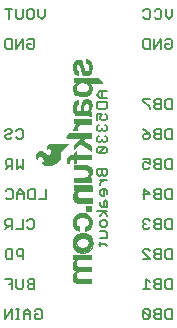
<source format=gbr>
G04 EAGLE Gerber RS-274X export*
G75*
%MOMM*%
%FSLAX34Y34*%
%LPD*%
%INSilkscreen Bottom*%
%IPPOS*%
%AMOC8*
5,1,8,0,0,1.08239X$1,22.5*%
G01*
%ADD10C,0.152400*%
%ADD11C,0.025400*%
%ADD12R,0.485100X0.495300*%

G36*
X67696Y137715D02*
X67696Y137715D01*
X67708Y137712D01*
X69615Y138000D01*
X69625Y138006D01*
X69637Y138006D01*
X71461Y138634D01*
X71470Y138641D01*
X71482Y138643D01*
X73163Y139590D01*
X73169Y139598D01*
X73180Y139601D01*
X74287Y140486D01*
X74291Y140494D01*
X74300Y140498D01*
X74327Y140526D01*
X74803Y141031D01*
X75272Y141529D01*
X75274Y141535D01*
X75276Y141536D01*
X75278Y141539D01*
X75283Y141543D01*
X76100Y142700D01*
X76102Y142710D01*
X76110Y142718D01*
X76710Y143948D01*
X76711Y143959D01*
X76719Y143969D01*
X77087Y145288D01*
X77085Y145299D01*
X77091Y145310D01*
X77215Y146674D01*
X77214Y146677D01*
X77214Y146678D01*
X77213Y146680D01*
X77215Y146685D01*
X77215Y148960D01*
X77280Y149328D01*
X77407Y149679D01*
X77996Y150669D01*
X78778Y151523D01*
X84260Y156395D01*
X84262Y156399D01*
X84267Y156401D01*
X84283Y156443D01*
X84302Y156484D01*
X84300Y156488D01*
X84302Y156493D01*
X84283Y156534D01*
X84268Y156576D01*
X84263Y156578D01*
X84261Y156582D01*
X84188Y156611D01*
X84177Y156615D01*
X84176Y156615D01*
X69012Y156615D01*
X69007Y156613D01*
X69001Y156615D01*
X68170Y156545D01*
X68159Y156539D01*
X68144Y156540D01*
X67345Y156300D01*
X67335Y156292D01*
X67321Y156290D01*
X66589Y155889D01*
X66581Y155879D01*
X66568Y155874D01*
X66018Y155404D01*
X66013Y155393D01*
X66001Y155386D01*
X65556Y154816D01*
X65553Y154804D01*
X65543Y154794D01*
X65222Y154146D01*
X65221Y154134D01*
X65213Y154122D01*
X65029Y153423D01*
X65031Y153412D01*
X65025Y153401D01*
X64952Y152461D01*
X64955Y152452D01*
X64952Y152441D01*
X65025Y151501D01*
X65027Y151497D01*
X65026Y151491D01*
X65102Y151008D01*
X65127Y150969D01*
X65148Y150929D01*
X65152Y150928D01*
X65154Y150925D01*
X65199Y150915D01*
X65243Y150903D01*
X65247Y150905D01*
X65251Y150904D01*
X65289Y150929D01*
X65328Y150953D01*
X65329Y150957D01*
X65333Y150959D01*
X65341Y151000D01*
X65353Y151040D01*
X65337Y151198D01*
X65365Y151336D01*
X65436Y151469D01*
X66035Y152293D01*
X66133Y152394D01*
X66149Y152411D01*
X66287Y152483D01*
X66702Y152576D01*
X67130Y152576D01*
X67546Y152483D01*
X67950Y152277D01*
X68278Y151964D01*
X68643Y151358D01*
X68850Y150680D01*
X68885Y149969D01*
X68788Y149359D01*
X68590Y148773D01*
X68297Y148230D01*
X67932Y147805D01*
X67472Y147490D01*
X66947Y147304D01*
X66391Y147261D01*
X65843Y147363D01*
X65340Y147603D01*
X64905Y147973D01*
X63364Y149426D01*
X63354Y149429D01*
X63348Y149438D01*
X61590Y150625D01*
X61577Y150627D01*
X61567Y150637D01*
X60879Y150917D01*
X60864Y150916D01*
X60849Y150925D01*
X60114Y151024D01*
X60099Y151020D01*
X60082Y151025D01*
X59345Y150938D01*
X59332Y150930D01*
X59314Y150930D01*
X58622Y150663D01*
X58611Y150652D01*
X58594Y150648D01*
X57991Y150217D01*
X57984Y150207D01*
X57972Y150201D01*
X57824Y150045D01*
X57824Y150044D01*
X57585Y149792D01*
X57347Y149540D01*
X57346Y149540D01*
X57314Y149505D01*
X57311Y149497D01*
X57303Y149492D01*
X56743Y148715D01*
X56740Y148705D01*
X56732Y148697D01*
X56344Y147917D01*
X56343Y147905D01*
X56335Y147894D01*
X56104Y147054D01*
X56105Y147042D01*
X56099Y147030D01*
X56033Y146162D01*
X56037Y146152D01*
X56033Y146140D01*
X56119Y145240D01*
X56123Y145231D01*
X56122Y145221D01*
X56342Y144343D01*
X56348Y144335D01*
X56349Y144323D01*
X56450Y144095D01*
X56602Y143739D01*
X56602Y143738D01*
X56823Y143234D01*
X56834Y143224D01*
X56839Y143207D01*
X57177Y142772D01*
X57184Y142769D01*
X57188Y142761D01*
X57213Y142736D01*
X57214Y142733D01*
X57306Y142698D01*
X57395Y142739D01*
X57428Y142824D01*
X57428Y143427D01*
X57486Y143938D01*
X57624Y144428D01*
X57879Y144909D01*
X58249Y145304D01*
X58709Y145590D01*
X59228Y145747D01*
X59531Y145759D01*
X59831Y145700D01*
X60325Y145494D01*
X60783Y145211D01*
X61193Y144860D01*
X61547Y144448D01*
X62198Y143546D01*
X62447Y143058D01*
X62545Y142529D01*
X62487Y141990D01*
X62422Y141816D01*
X62173Y141455D01*
X61834Y141181D01*
X61732Y141137D01*
X61611Y141121D01*
X60731Y141121D01*
X60690Y141104D01*
X60648Y141090D01*
X60646Y141085D01*
X60640Y141083D01*
X60624Y141042D01*
X60605Y141002D01*
X60607Y140996D01*
X60605Y140991D01*
X60617Y140964D01*
X60633Y140915D01*
X61554Y139789D01*
X61566Y139783D01*
X61573Y139771D01*
X62710Y138864D01*
X62721Y138861D01*
X62729Y138852D01*
X63663Y138350D01*
X63673Y138349D01*
X63681Y138343D01*
X64679Y137985D01*
X64688Y137985D01*
X64697Y137980D01*
X65736Y137773D01*
X65747Y137775D01*
X65757Y137771D01*
X67685Y137711D01*
X67696Y137715D01*
G37*
G36*
X97746Y196241D02*
X97746Y196241D01*
X97756Y196246D01*
X97768Y196244D01*
X99144Y196567D01*
X99153Y196574D01*
X99165Y196574D01*
X100465Y197130D01*
X100473Y197138D01*
X100484Y197140D01*
X101669Y197912D01*
X101675Y197921D01*
X101686Y197926D01*
X102393Y198583D01*
X102397Y198593D01*
X102407Y198599D01*
X102992Y199367D01*
X102994Y199378D01*
X103003Y199385D01*
X103449Y200241D01*
X103450Y200252D01*
X103458Y200261D01*
X103752Y201180D01*
X103751Y201190D01*
X103757Y201200D01*
X103946Y202412D01*
X103944Y202421D01*
X103947Y202430D01*
X103964Y203657D01*
X103961Y203665D01*
X103963Y203675D01*
X103808Y204892D01*
X103803Y204902D01*
X103803Y204914D01*
X103539Y205758D01*
X103531Y205768D01*
X103528Y205783D01*
X103091Y206552D01*
X103081Y206560D01*
X103076Y206574D01*
X102486Y207234D01*
X102474Y207240D01*
X102466Y207252D01*
X101750Y207772D01*
X101748Y207773D01*
X112852Y207773D01*
X112896Y207791D01*
X112940Y207808D01*
X112940Y207810D01*
X112943Y207811D01*
X112960Y207855D01*
X112978Y207899D01*
X112977Y207901D01*
X112978Y207903D01*
X112969Y207924D01*
X112946Y207984D01*
X109212Y212124D01*
X109206Y212126D01*
X109203Y212132D01*
X109143Y212156D01*
X109123Y212165D01*
X109120Y212164D01*
X109118Y212165D01*
X88544Y212165D01*
X88507Y212150D01*
X88468Y212140D01*
X88462Y212131D01*
X88453Y212127D01*
X88442Y212099D01*
X88420Y212063D01*
X87684Y208177D01*
X87687Y208162D01*
X87682Y208147D01*
X87697Y208115D01*
X87705Y208080D01*
X87718Y208072D01*
X87724Y208059D01*
X87763Y208044D01*
X87788Y208028D01*
X87799Y208031D01*
X87810Y208027D01*
X89727Y208051D01*
X89578Y207917D01*
X89577Y207916D01*
X89576Y207916D01*
X88611Y207027D01*
X88609Y207021D01*
X88602Y207017D01*
X88301Y206674D01*
X88297Y206663D01*
X88287Y206655D01*
X88054Y206261D01*
X88053Y206252D01*
X88046Y206244D01*
X87513Y204923D01*
X87513Y204912D01*
X87507Y204902D01*
X87405Y204420D01*
X87407Y204408D01*
X87402Y204396D01*
X87377Y202415D01*
X87381Y202404D01*
X87379Y202392D01*
X87562Y201307D01*
X87569Y201297D01*
X87569Y201283D01*
X87969Y200258D01*
X87977Y200251D01*
X87979Y200239D01*
X88520Y199337D01*
X88526Y199332D01*
X88529Y199323D01*
X89182Y198499D01*
X89192Y198493D01*
X89197Y198483D01*
X90087Y197691D01*
X90100Y197687D01*
X90109Y197675D01*
X91150Y197096D01*
X91162Y197094D01*
X91173Y197086D01*
X93286Y196412D01*
X93297Y196413D01*
X93308Y196407D01*
X95508Y196124D01*
X95519Y196127D01*
X95531Y196123D01*
X97746Y196241D01*
G37*
G36*
X103507Y38102D02*
X103507Y38102D01*
X103509Y38101D01*
X103552Y38121D01*
X103596Y38139D01*
X103596Y38141D01*
X103598Y38142D01*
X103631Y38227D01*
X103631Y42469D01*
X103630Y42471D01*
X103631Y42473D01*
X103611Y42516D01*
X103593Y42560D01*
X103591Y42560D01*
X103590Y42562D01*
X103505Y42595D01*
X93226Y42595D01*
X92346Y42702D01*
X91524Y43014D01*
X91141Y43275D01*
X90827Y43618D01*
X90601Y44024D01*
X90473Y44472D01*
X90405Y45376D01*
X90497Y46279D01*
X90623Y46689D01*
X90833Y47061D01*
X91119Y47379D01*
X91647Y47764D01*
X92242Y48037D01*
X92881Y48186D01*
X93984Y48261D01*
X103505Y48261D01*
X103507Y48262D01*
X103509Y48261D01*
X103552Y48281D01*
X103596Y48299D01*
X103596Y48301D01*
X103598Y48302D01*
X103631Y48387D01*
X103631Y52705D01*
X103630Y52707D01*
X103631Y52709D01*
X103611Y52752D01*
X103593Y52796D01*
X103591Y52796D01*
X103590Y52798D01*
X103505Y52831D01*
X92946Y52831D01*
X92283Y52911D01*
X91664Y53142D01*
X91117Y53512D01*
X90799Y53859D01*
X90566Y54268D01*
X90430Y54718D01*
X90399Y55195D01*
X90448Y56043D01*
X90530Y56483D01*
X90708Y56887D01*
X90974Y57242D01*
X91918Y58061D01*
X92456Y58345D01*
X93047Y58476D01*
X93669Y58446D01*
X93672Y58447D01*
X93675Y58446D01*
X103480Y58446D01*
X103482Y58447D01*
X103484Y58446D01*
X103527Y58466D01*
X103571Y58484D01*
X103571Y58486D01*
X103573Y58487D01*
X103606Y58572D01*
X103606Y62890D01*
X103605Y62892D01*
X103606Y62894D01*
X103586Y62937D01*
X103568Y62981D01*
X103566Y62981D01*
X103565Y62983D01*
X103480Y63016D01*
X87427Y63016D01*
X87425Y63015D01*
X87423Y63016D01*
X87380Y62996D01*
X87336Y62978D01*
X87336Y62976D01*
X87334Y62975D01*
X87301Y62890D01*
X87301Y58903D01*
X87302Y58901D01*
X87301Y58899D01*
X87321Y58856D01*
X87339Y58812D01*
X87341Y58812D01*
X87342Y58810D01*
X87427Y58777D01*
X89480Y58777D01*
X89473Y58746D01*
X89077Y58444D01*
X89074Y58438D01*
X89066Y58435D01*
X88279Y57673D01*
X88276Y57665D01*
X88269Y57661D01*
X87657Y56899D01*
X87653Y56885D01*
X87640Y56873D01*
X87236Y55983D01*
X87236Y55971D01*
X87228Y55960D01*
X86974Y54868D01*
X86976Y54859D01*
X86971Y54851D01*
X86844Y53479D01*
X86847Y53469D01*
X86844Y53458D01*
X86914Y52501D01*
X86919Y52491D01*
X86918Y52489D01*
X86919Y52487D01*
X86918Y52476D01*
X87179Y51553D01*
X87186Y51543D01*
X87188Y51530D01*
X87591Y50740D01*
X87600Y50732D01*
X87604Y50719D01*
X88150Y50021D01*
X88161Y50015D01*
X88167Y50003D01*
X88836Y49421D01*
X88848Y49418D01*
X88856Y49407D01*
X89514Y49027D01*
X89472Y48985D01*
X88991Y48530D01*
X88990Y48527D01*
X88987Y48526D01*
X88228Y47738D01*
X88225Y47729D01*
X88216Y47724D01*
X87578Y46835D01*
X87576Y46824D01*
X87568Y46816D01*
X87174Y46011D01*
X87174Y45999D01*
X87166Y45988D01*
X86934Y45123D01*
X86936Y45111D01*
X86930Y45099D01*
X86869Y44205D01*
X86872Y44196D01*
X86869Y44185D01*
X86976Y42906D01*
X86980Y42899D01*
X86978Y42892D01*
X87227Y41632D01*
X87233Y41623D01*
X87233Y41611D01*
X87559Y40745D01*
X87569Y40735D01*
X87572Y40720D01*
X88079Y39946D01*
X88091Y39939D01*
X88097Y39925D01*
X88761Y39279D01*
X88772Y39275D01*
X88775Y39270D01*
X88778Y39269D01*
X88782Y39263D01*
X89721Y38675D01*
X89734Y38673D01*
X89744Y38663D01*
X90783Y38277D01*
X90796Y38278D01*
X90808Y38271D01*
X91904Y38102D01*
X91913Y38105D01*
X91923Y38101D01*
X103505Y38101D01*
X103507Y38102D01*
G37*
G36*
X103508Y179463D02*
X103508Y179463D01*
X103534Y179464D01*
X103551Y179483D01*
X103573Y179493D01*
X103584Y179520D01*
X103600Y179538D01*
X103598Y179557D01*
X103606Y179578D01*
X103606Y183612D01*
X103609Y183648D01*
X103600Y183676D01*
X103596Y183716D01*
X103577Y183753D01*
X103555Y183772D01*
X103531Y183804D01*
X103495Y183826D01*
X103478Y183828D01*
X103462Y183840D01*
X103182Y183916D01*
X103179Y183915D01*
X103176Y183917D01*
X102147Y184144D01*
X102124Y184154D01*
X102118Y184160D01*
X102116Y184168D01*
X102117Y184177D01*
X102133Y184201D01*
X102836Y185028D01*
X102840Y185039D01*
X102850Y185048D01*
X103390Y185999D01*
X103391Y186010D01*
X103400Y186020D01*
X103752Y187055D01*
X103751Y187067D01*
X103757Y187077D01*
X103998Y188695D01*
X103995Y188705D01*
X103999Y188716D01*
X103961Y190351D01*
X103956Y190362D01*
X103958Y190376D01*
X103650Y191748D01*
X103642Y191759D01*
X103641Y191774D01*
X103035Y193043D01*
X103025Y193052D01*
X103021Y193066D01*
X102679Y193514D01*
X102669Y193520D01*
X102663Y193532D01*
X102243Y193909D01*
X102232Y193913D01*
X102224Y193923D01*
X101741Y194215D01*
X101730Y194217D01*
X101720Y194225D01*
X100727Y194598D01*
X100716Y194598D01*
X100705Y194604D01*
X99661Y194793D01*
X99650Y194790D01*
X99638Y194795D01*
X98577Y194792D01*
X98565Y194787D01*
X98550Y194789D01*
X97609Y194583D01*
X97597Y194574D01*
X97580Y194573D01*
X96718Y194144D01*
X96709Y194134D01*
X96694Y194129D01*
X96085Y193631D01*
X96079Y193620D01*
X96067Y193613D01*
X95569Y193003D01*
X95566Y192991D01*
X95555Y192982D01*
X95189Y192286D01*
X95188Y192275D01*
X95181Y192266D01*
X94697Y190781D01*
X94698Y190773D01*
X94693Y190764D01*
X94415Y189227D01*
X94416Y189223D01*
X94413Y189218D01*
X94185Y187012D01*
X93959Y185706D01*
X93794Y185237D01*
X93548Y184809D01*
X93287Y184525D01*
X93200Y184465D01*
X93103Y184423D01*
X92582Y184312D01*
X92051Y184312D01*
X91530Y184423D01*
X91216Y184562D01*
X90937Y184761D01*
X90703Y185014D01*
X90510Y185328D01*
X90382Y185674D01*
X90321Y186043D01*
X90271Y187398D01*
X90325Y187985D01*
X90490Y188546D01*
X90745Y189010D01*
X91101Y189400D01*
X91539Y189695D01*
X92034Y189879D01*
X92566Y189942D01*
X92608Y189942D01*
X92610Y189943D01*
X92612Y189942D01*
X92655Y189962D01*
X92699Y189980D01*
X92699Y189982D01*
X92701Y189983D01*
X92734Y190068D01*
X92734Y194209D01*
X92736Y194210D01*
X92746Y194252D01*
X92760Y194294D01*
X92757Y194300D01*
X92758Y194306D01*
X92742Y194331D01*
X92722Y194376D01*
X92696Y194401D01*
X92653Y194417D01*
X92604Y194436D01*
X92561Y194416D01*
X92518Y194397D01*
X91627Y194275D01*
X91616Y194269D01*
X91601Y194269D01*
X90660Y193935D01*
X90650Y193926D01*
X90636Y193923D01*
X89783Y193404D01*
X89775Y193393D01*
X89762Y193388D01*
X89032Y192705D01*
X89027Y192693D01*
X89015Y192685D01*
X88441Y191868D01*
X88438Y191856D01*
X88429Y191847D01*
X87900Y190689D01*
X87900Y190679D01*
X87893Y190670D01*
X87559Y189441D01*
X87560Y189432D01*
X87556Y189423D01*
X87342Y187683D01*
X87345Y187675D01*
X87342Y187667D01*
X87350Y185913D01*
X87353Y185906D01*
X87351Y185897D01*
X87581Y184158D01*
X87586Y184150D01*
X87585Y184139D01*
X88010Y182725D01*
X88018Y182716D01*
X88019Y182702D01*
X88713Y181399D01*
X88723Y181390D01*
X88728Y181376D01*
X89211Y180814D01*
X89225Y180807D01*
X89234Y180793D01*
X89839Y180366D01*
X89854Y180363D01*
X89866Y180351D01*
X90557Y180084D01*
X90572Y180085D01*
X90587Y180077D01*
X91323Y179986D01*
X91330Y179988D01*
X91338Y179985D01*
X96164Y179985D01*
X96166Y179986D01*
X96168Y179985D01*
X96183Y179992D01*
X96267Y179960D01*
X100605Y179985D01*
X101942Y179883D01*
X103237Y179534D01*
X103436Y179460D01*
X103461Y179461D01*
X103484Y179452D01*
X103508Y179463D01*
G37*
G36*
X103545Y150018D02*
X103545Y150018D01*
X103557Y150016D01*
X103588Y150038D01*
X103624Y150055D01*
X103628Y150066D01*
X103637Y150072D01*
X103642Y150102D01*
X103656Y150140D01*
X103631Y155220D01*
X103624Y155237D01*
X103626Y155255D01*
X103604Y155284D01*
X103592Y155310D01*
X103580Y155315D01*
X103570Y155327D01*
X96592Y159560D01*
X96798Y159772D01*
X96920Y159899D01*
X97043Y160025D01*
X97411Y160404D01*
X97534Y160530D01*
X97657Y160656D01*
X98025Y161035D01*
X98147Y161161D01*
X98199Y161215D01*
X103607Y161215D01*
X103609Y161216D01*
X103611Y161215D01*
X103654Y161235D01*
X103698Y161253D01*
X103698Y161255D01*
X103700Y161256D01*
X103733Y161341D01*
X103733Y165481D01*
X103732Y165484D01*
X103733Y165487D01*
X103696Y165570D01*
X103645Y165621D01*
X103642Y165623D01*
X103641Y165625D01*
X103556Y165658D01*
X84226Y165658D01*
X84207Y165650D01*
X84187Y165652D01*
X84160Y165631D01*
X84135Y165620D01*
X84130Y165606D01*
X84116Y165595D01*
X81754Y161455D01*
X81750Y161420D01*
X81738Y161388D01*
X81745Y161373D01*
X81743Y161357D01*
X81765Y161330D01*
X81779Y161299D01*
X81795Y161292D01*
X81805Y161280D01*
X81832Y161278D01*
X81864Y161266D01*
X93294Y161266D01*
X87820Y155791D01*
X87819Y155788D01*
X87816Y155787D01*
X87783Y155702D01*
X87783Y151028D01*
X87783Y151026D01*
X87783Y151025D01*
X87803Y150981D01*
X87821Y150937D01*
X87823Y150937D01*
X87824Y150935D01*
X87868Y150919D01*
X87913Y150902D01*
X87915Y150903D01*
X87916Y150902D01*
X87999Y150940D01*
X93565Y156631D01*
X103460Y150034D01*
X103498Y150027D01*
X103535Y150013D01*
X103545Y150018D01*
G37*
G36*
X103507Y123802D02*
X103507Y123802D01*
X103509Y123801D01*
X103552Y123821D01*
X103596Y123839D01*
X103596Y123841D01*
X103598Y123842D01*
X103631Y123927D01*
X103631Y127940D01*
X103630Y127942D01*
X103631Y127944D01*
X103611Y127987D01*
X103593Y128031D01*
X103591Y128031D01*
X103590Y128033D01*
X103505Y128066D01*
X101448Y128066D01*
X102089Y128573D01*
X102093Y128581D01*
X102102Y128585D01*
X102151Y128637D01*
X102271Y128763D01*
X102391Y128889D01*
X102510Y129015D01*
X102630Y129142D01*
X102750Y129268D01*
X102870Y129394D01*
X102887Y129412D01*
X102890Y129421D01*
X102898Y129426D01*
X103557Y130356D01*
X103559Y130365D01*
X103567Y130373D01*
X103690Y130618D01*
X103690Y130629D01*
X103697Y130638D01*
X103778Y130900D01*
X103777Y130909D01*
X103782Y130918D01*
X104006Y132396D01*
X104003Y132404D01*
X104007Y132412D01*
X104037Y133906D01*
X104033Y133916D01*
X104036Y133927D01*
X103889Y134960D01*
X103883Y134971D01*
X103883Y134984D01*
X103540Y135970D01*
X103532Y135979D01*
X103530Y135992D01*
X103004Y136894D01*
X102994Y136901D01*
X102989Y136914D01*
X102761Y137168D01*
X102750Y137174D01*
X102742Y137185D01*
X101857Y137846D01*
X101846Y137848D01*
X101837Y137858D01*
X100847Y138346D01*
X100835Y138346D01*
X100825Y138354D01*
X99762Y138654D01*
X99751Y138652D01*
X99739Y138658D01*
X98640Y138759D01*
X98634Y138757D01*
X98628Y138759D01*
X87833Y138759D01*
X87831Y138758D01*
X87829Y138759D01*
X87786Y138739D01*
X87742Y138721D01*
X87742Y138719D01*
X87740Y138718D01*
X87707Y138633D01*
X87707Y134493D01*
X87708Y134491D01*
X87707Y134489D01*
X87727Y134446D01*
X87745Y134402D01*
X87747Y134402D01*
X87748Y134400D01*
X87833Y134367D01*
X97830Y134367D01*
X98660Y134218D01*
X99428Y133875D01*
X99790Y133603D01*
X100091Y133262D01*
X100316Y132867D01*
X100539Y132178D01*
X100619Y131459D01*
X100552Y130738D01*
X100340Y130047D01*
X100052Y129537D01*
X99655Y129106D01*
X99170Y128779D01*
X98620Y128570D01*
X97416Y128345D01*
X96186Y128269D01*
X87884Y128269D01*
X87882Y128268D01*
X87880Y128269D01*
X87837Y128249D01*
X87793Y128231D01*
X87793Y128229D01*
X87791Y128228D01*
X87758Y128143D01*
X87758Y123927D01*
X87759Y123925D01*
X87758Y123923D01*
X87778Y123880D01*
X87796Y123836D01*
X87798Y123836D01*
X87799Y123834D01*
X87884Y123801D01*
X103505Y123801D01*
X103507Y123802D01*
G37*
G36*
X103482Y106657D02*
X103482Y106657D01*
X103484Y106656D01*
X103527Y106676D01*
X103571Y106694D01*
X103571Y106696D01*
X103573Y106697D01*
X103606Y106782D01*
X103606Y110871D01*
X103605Y110873D01*
X103606Y110875D01*
X103586Y110918D01*
X103568Y110962D01*
X103566Y110962D01*
X103565Y110964D01*
X103480Y110997D01*
X93834Y110997D01*
X93116Y111062D01*
X92428Y111253D01*
X91786Y111563D01*
X91399Y111859D01*
X91090Y112233D01*
X90873Y112668D01*
X90796Y112968D01*
X90779Y113284D01*
X90829Y114389D01*
X90916Y114945D01*
X91120Y115461D01*
X91434Y115918D01*
X92003Y116435D01*
X92682Y116798D01*
X93432Y117015D01*
X94215Y117095D01*
X103581Y117095D01*
X103583Y117096D01*
X103585Y117095D01*
X103628Y117115D01*
X103672Y117133D01*
X103672Y117135D01*
X103674Y117136D01*
X103707Y117221D01*
X103707Y121437D01*
X103706Y121439D01*
X103707Y121441D01*
X103687Y121484D01*
X103669Y121528D01*
X103667Y121528D01*
X103666Y121530D01*
X103581Y121563D01*
X87859Y121563D01*
X87857Y121562D01*
X87855Y121563D01*
X87812Y121543D01*
X87768Y121525D01*
X87768Y121523D01*
X87766Y121522D01*
X87733Y121437D01*
X87733Y117399D01*
X87734Y117397D01*
X87733Y117395D01*
X87753Y117352D01*
X87771Y117308D01*
X87773Y117308D01*
X87774Y117306D01*
X87859Y117273D01*
X89927Y117273D01*
X89898Y117231D01*
X89762Y117117D01*
X89384Y116840D01*
X89382Y116836D01*
X89377Y116834D01*
X88904Y116432D01*
X88900Y116425D01*
X88892Y116421D01*
X88476Y115960D01*
X88473Y115950D01*
X88463Y115942D01*
X87896Y115044D01*
X87893Y115031D01*
X87884Y115020D01*
X87515Y114024D01*
X87515Y114011D01*
X87508Y113998D01*
X87353Y112946D01*
X87356Y112936D01*
X87352Y112925D01*
X87360Y112586D01*
X87360Y112585D01*
X87382Y111702D01*
X87392Y111323D01*
X87402Y110919D01*
X87406Y110909D01*
X87404Y110896D01*
X87610Y109919D01*
X87618Y109907D01*
X87619Y109891D01*
X88041Y108986D01*
X88052Y108977D01*
X88056Y108962D01*
X88674Y108177D01*
X88685Y108171D01*
X88691Y108159D01*
X89266Y107670D01*
X89277Y107667D01*
X89284Y107657D01*
X89933Y107273D01*
X89944Y107271D01*
X89953Y107263D01*
X90658Y106994D01*
X90667Y106994D01*
X90676Y106989D01*
X91783Y106749D01*
X91792Y106751D01*
X91800Y106747D01*
X92929Y106656D01*
X92934Y106658D01*
X92939Y106656D01*
X103480Y106656D01*
X103482Y106657D01*
G37*
G36*
X97094Y64848D02*
X97094Y64848D01*
X97102Y64852D01*
X97113Y64851D01*
X99577Y65537D01*
X99591Y65548D01*
X99610Y65552D01*
X100905Y66365D01*
X100914Y66377D01*
X100929Y66385D01*
X102072Y67579D01*
X102076Y67588D01*
X102084Y67593D01*
X102871Y68710D01*
X102875Y68727D01*
X102887Y68742D01*
X103522Y70596D01*
X103521Y70610D01*
X103529Y70624D01*
X103783Y73139D01*
X103778Y73153D01*
X103782Y73169D01*
X103376Y76166D01*
X103364Y76187D01*
X103358Y76216D01*
X101580Y79061D01*
X101568Y79070D01*
X101563Y79079D01*
X101554Y79082D01*
X101541Y79100D01*
X99052Y80700D01*
X99029Y80704D01*
X99004Y80719D01*
X95118Y81329D01*
X95096Y81323D01*
X95070Y81327D01*
X91514Y80514D01*
X91493Y80499D01*
X91464Y80490D01*
X88746Y78356D01*
X88734Y78334D01*
X88711Y78313D01*
X87034Y74935D01*
X87033Y74915D01*
X87022Y74894D01*
X86845Y73421D01*
X86847Y73414D01*
X86844Y73406D01*
X86844Y73355D01*
X86852Y73335D01*
X86853Y73309D01*
X86903Y73182D01*
X86923Y73161D01*
X86935Y73135D01*
X86957Y73126D01*
X86972Y73111D01*
X86995Y73112D01*
X87020Y73102D01*
X89941Y73102D01*
X89981Y73119D01*
X90022Y73131D01*
X90026Y73138D01*
X90032Y73140D01*
X90043Y73168D01*
X90066Y73211D01*
X90216Y74306D01*
X90851Y75454D01*
X91935Y76242D01*
X92824Y76638D01*
X94298Y76912D01*
X96157Y76963D01*
X97406Y76788D01*
X98554Y76413D01*
X99581Y75875D01*
X100589Y74227D01*
X100811Y72479D01*
X100219Y70728D01*
X99238Y69649D01*
X98028Y69106D01*
X96480Y68731D01*
X95055Y68731D01*
X93126Y68982D01*
X91514Y69726D01*
X90705Y70560D01*
X90192Y71513D01*
X90093Y72700D01*
X90093Y72796D01*
X90092Y72799D01*
X90093Y72802D01*
X90073Y72844D01*
X90055Y72887D01*
X90052Y72888D01*
X90050Y72891D01*
X89965Y72922D01*
X89963Y72922D01*
X86993Y72872D01*
X86984Y72868D01*
X86975Y72871D01*
X86940Y72849D01*
X86903Y72832D01*
X86900Y72824D01*
X86892Y72819D01*
X86879Y72767D01*
X86869Y72740D01*
X86871Y72735D01*
X86870Y72730D01*
X87124Y70723D01*
X87130Y70712D01*
X87130Y70698D01*
X87689Y69072D01*
X87700Y69060D01*
X87704Y69041D01*
X89075Y67060D01*
X89088Y67052D01*
X89097Y67036D01*
X90367Y65944D01*
X90383Y65939D01*
X90398Y65925D01*
X92735Y64884D01*
X92752Y64883D01*
X92770Y64874D01*
X94955Y64594D01*
X94970Y64598D01*
X94986Y64594D01*
X97094Y64848D01*
G37*
G36*
X99704Y214072D02*
X99704Y214072D01*
X99712Y214076D01*
X99722Y214075D01*
X100386Y214218D01*
X100396Y214224D01*
X100409Y214225D01*
X101034Y214491D01*
X101043Y214499D01*
X101055Y214502D01*
X101619Y214881D01*
X101626Y214891D01*
X101637Y214896D01*
X102380Y215622D01*
X102384Y215632D01*
X102395Y215638D01*
X103001Y216482D01*
X103003Y216492D01*
X103012Y216501D01*
X103463Y217436D01*
X103464Y217447D01*
X103471Y217457D01*
X103754Y218457D01*
X103752Y218465D01*
X103757Y218474D01*
X103939Y219788D01*
X103938Y219795D01*
X103940Y219801D01*
X103987Y221128D01*
X103985Y221134D01*
X103987Y221141D01*
X103809Y223707D01*
X103804Y223716D01*
X103806Y223726D01*
X103594Y224647D01*
X103586Y224658D01*
X103585Y224672D01*
X103188Y225529D01*
X103181Y225535D01*
X103179Y225544D01*
X102417Y226738D01*
X102411Y226743D01*
X102408Y226751D01*
X101977Y227266D01*
X101966Y227271D01*
X101960Y227283D01*
X101436Y227703D01*
X101425Y227707D01*
X101416Y227717D01*
X100820Y228026D01*
X100811Y228027D01*
X100803Y228034D01*
X99533Y228466D01*
X99523Y228465D01*
X99514Y228470D01*
X98930Y228572D01*
X98923Y228571D01*
X98917Y228574D01*
X98561Y228599D01*
X98554Y228597D01*
X98548Y228599D01*
X98522Y228587D01*
X98492Y228584D01*
X98491Y228583D01*
X98490Y228583D01*
X98481Y228572D01*
X98468Y228567D01*
X98465Y228561D01*
X98459Y228558D01*
X98447Y228528D01*
X98431Y228508D01*
X98431Y228506D01*
X98430Y228505D01*
X98431Y228490D01*
X98426Y228478D01*
X98427Y228476D01*
X98426Y228473D01*
X98426Y224612D01*
X98427Y224610D01*
X98426Y224608D01*
X98446Y224565D01*
X98464Y224521D01*
X98466Y224521D01*
X98467Y224519D01*
X98552Y224486D01*
X98599Y224486D01*
X99096Y224457D01*
X99558Y224311D01*
X99972Y224055D01*
X100415Y223613D01*
X100752Y223086D01*
X100969Y222499D01*
X101042Y221937D01*
X101042Y220607D01*
X100968Y220004D01*
X100771Y219437D01*
X100459Y218924D01*
X100369Y218833D01*
X100244Y218707D01*
X100175Y218637D01*
X99830Y218428D01*
X99445Y218311D01*
X99041Y218294D01*
X98646Y218379D01*
X98284Y218560D01*
X97980Y218825D01*
X97749Y219161D01*
X97279Y220268D01*
X96973Y221441D01*
X96110Y225073D01*
X96105Y225080D01*
X96105Y225089D01*
X95799Y225897D01*
X95793Y225904D01*
X95791Y225914D01*
X95364Y226665D01*
X95357Y226671D01*
X95353Y226681D01*
X94816Y227358D01*
X94806Y227363D01*
X94800Y227374D01*
X94415Y227711D01*
X94402Y227715D01*
X94393Y227726D01*
X93946Y227975D01*
X93933Y227976D01*
X93922Y227985D01*
X93433Y228137D01*
X93421Y228135D01*
X93408Y228142D01*
X92272Y228247D01*
X92259Y228244D01*
X92246Y228247D01*
X91112Y228118D01*
X91101Y228112D01*
X91087Y228113D01*
X90003Y227755D01*
X89994Y227747D01*
X89980Y227745D01*
X89458Y227446D01*
X89451Y227436D01*
X89438Y227431D01*
X88983Y227037D01*
X88978Y227026D01*
X88967Y227019D01*
X88597Y226543D01*
X88594Y226532D01*
X88585Y226523D01*
X87931Y225242D01*
X87930Y225231D01*
X87923Y225221D01*
X87512Y223843D01*
X87513Y223832D01*
X87507Y223820D01*
X87352Y222391D01*
X87354Y222384D01*
X87352Y222377D01*
X87352Y220574D01*
X87354Y220568D01*
X87352Y220561D01*
X87492Y219168D01*
X87497Y219159D01*
X87496Y219148D01*
X87864Y217797D01*
X87872Y217788D01*
X87873Y217774D01*
X88411Y216677D01*
X88421Y216668D01*
X88425Y216654D01*
X89182Y215695D01*
X89192Y215689D01*
X89198Y215678D01*
X89593Y215330D01*
X89602Y215327D01*
X89608Y215318D01*
X90050Y215032D01*
X90060Y215030D01*
X90067Y215023D01*
X90855Y214667D01*
X90860Y214667D01*
X90864Y214663D01*
X91422Y214460D01*
X91456Y214462D01*
X91490Y214455D01*
X91504Y214464D01*
X91516Y214455D01*
X91522Y214457D01*
X91529Y214453D01*
X92240Y214377D01*
X92248Y214380D01*
X92257Y214377D01*
X92294Y214394D01*
X92334Y214406D01*
X92338Y214414D01*
X92346Y214418D01*
X92366Y214468D01*
X92379Y214494D01*
X92377Y214498D01*
X92379Y214503D01*
X92379Y218389D01*
X92361Y218433D01*
X92343Y218477D01*
X92342Y218478D01*
X92341Y218480D01*
X92322Y218487D01*
X92261Y218515D01*
X92001Y218531D01*
X91758Y218586D01*
X91406Y218736D01*
X91093Y218954D01*
X90829Y219230D01*
X90558Y219652D01*
X90369Y220119D01*
X90271Y220615D01*
X90227Y221463D01*
X90271Y222311D01*
X90356Y222760D01*
X90513Y223184D01*
X90708Y223485D01*
X90976Y223718D01*
X91318Y223873D01*
X91690Y223921D01*
X92059Y223856D01*
X92420Y223672D01*
X92713Y223389D01*
X93129Y222714D01*
X93401Y221962D01*
X93805Y219939D01*
X93806Y219938D01*
X93806Y219937D01*
X94187Y218214D01*
X94192Y218207D01*
X94192Y218198D01*
X94802Y216542D01*
X94808Y216536D01*
X94809Y216526D01*
X95214Y215770D01*
X95221Y215764D01*
X95224Y215755D01*
X95732Y215063D01*
X95742Y215058D01*
X95747Y215046D01*
X96097Y214714D01*
X96109Y214709D01*
X96118Y214698D01*
X96530Y214446D01*
X96544Y214444D01*
X96556Y214434D01*
X97559Y214097D01*
X97574Y214098D01*
X97588Y214090D01*
X98643Y213996D01*
X98652Y213999D01*
X98663Y213996D01*
X99704Y214072D01*
G37*
G36*
X97565Y82400D02*
X97565Y82400D01*
X97569Y82399D01*
X98044Y82431D01*
X98051Y82435D01*
X98061Y82433D01*
X98526Y82528D01*
X98535Y82534D01*
X98547Y82534D01*
X99938Y83076D01*
X99947Y83085D01*
X99961Y83088D01*
X101212Y83903D01*
X101219Y83914D01*
X101232Y83919D01*
X102290Y84972D01*
X102295Y84984D01*
X102307Y84993D01*
X103127Y86240D01*
X103130Y86251D01*
X103138Y86260D01*
X103600Y87353D01*
X103600Y87363D01*
X103606Y87372D01*
X103888Y88525D01*
X103887Y88535D01*
X103891Y88545D01*
X103987Y89728D01*
X103984Y89736D01*
X103987Y89746D01*
X103888Y91332D01*
X103885Y91339D01*
X103886Y91347D01*
X103604Y92910D01*
X103599Y92918D01*
X103600Y92928D01*
X103245Y93998D01*
X103239Y94006D01*
X103237Y94017D01*
X102711Y95014D01*
X102703Y95021D01*
X102699Y95032D01*
X102015Y95928D01*
X102006Y95933D01*
X102001Y95944D01*
X101178Y96714D01*
X101169Y96718D01*
X101162Y96727D01*
X100146Y97409D01*
X100136Y97411D01*
X100128Y97419D01*
X99018Y97933D01*
X99008Y97934D01*
X98999Y97940D01*
X97821Y98274D01*
X97811Y98273D01*
X97802Y98278D01*
X96586Y98423D01*
X96577Y98421D01*
X96567Y98424D01*
X94078Y98348D01*
X94069Y98344D01*
X94057Y98346D01*
X92567Y98048D01*
X92557Y98041D01*
X92544Y98041D01*
X91138Y97464D01*
X91130Y97456D01*
X91117Y97453D01*
X89846Y96619D01*
X89840Y96609D01*
X89828Y96604D01*
X88740Y95543D01*
X88735Y95532D01*
X88724Y95524D01*
X87859Y94275D01*
X87856Y94263D01*
X87847Y94254D01*
X87235Y92863D01*
X87235Y92851D01*
X87228Y92839D01*
X86895Y91333D01*
X86898Y91321D01*
X86892Y91308D01*
X86869Y89766D01*
X86872Y89757D01*
X86870Y89748D01*
X87059Y88313D01*
X87062Y88308D01*
X87061Y88302D01*
X87380Y86891D01*
X87386Y86883D01*
X87386Y86873D01*
X87843Y85716D01*
X87853Y85706D01*
X87856Y85692D01*
X88553Y84661D01*
X88564Y84654D01*
X88571Y84640D01*
X89474Y83785D01*
X89486Y83780D01*
X89496Y83768D01*
X90562Y83128D01*
X90574Y83126D01*
X90583Y83118D01*
X91738Y82693D01*
X91748Y82693D01*
X91757Y82688D01*
X92965Y82451D01*
X92979Y82454D01*
X92993Y82449D01*
X93026Y82464D01*
X93061Y82471D01*
X93069Y82484D01*
X93082Y82490D01*
X93098Y82529D01*
X93114Y82555D01*
X93111Y82565D01*
X93115Y82575D01*
X93115Y86766D01*
X93114Y86768D01*
X93115Y86770D01*
X93095Y86813D01*
X93077Y86857D01*
X93075Y86857D01*
X93074Y86859D01*
X92989Y86892D01*
X92971Y86892D01*
X92392Y86959D01*
X91850Y87152D01*
X91365Y87463D01*
X90964Y87876D01*
X90666Y88369D01*
X90405Y89161D01*
X90322Y89993D01*
X90388Y90833D01*
X90569Y91654D01*
X90755Y92068D01*
X91045Y92415D01*
X91956Y93102D01*
X92981Y93607D01*
X94084Y93912D01*
X95225Y94005D01*
X96785Y93876D01*
X98309Y93530D01*
X99026Y93215D01*
X99645Y92740D01*
X100134Y92132D01*
X100464Y91424D01*
X100645Y90645D01*
X100686Y89845D01*
X100613Y89254D01*
X100440Y88685D01*
X100172Y88155D01*
X99827Y87712D01*
X99395Y87354D01*
X98805Y87033D01*
X98168Y86818D01*
X97492Y86714D01*
X97456Y86692D01*
X97418Y86674D01*
X97415Y86666D01*
X97408Y86662D01*
X97402Y86632D01*
X97385Y86589D01*
X97385Y82525D01*
X97386Y82523D01*
X97385Y82521D01*
X97405Y82478D01*
X97423Y82434D01*
X97425Y82434D01*
X97426Y82432D01*
X97511Y82399D01*
X97561Y82399D01*
X97565Y82400D01*
G37*
G36*
X85016Y139702D02*
X85016Y139702D01*
X85018Y139701D01*
X85061Y139721D01*
X85105Y139739D01*
X85105Y139741D01*
X85107Y139742D01*
X85140Y139827D01*
X85140Y139903D01*
X85138Y139908D01*
X85140Y139915D01*
X85114Y140195D01*
X85029Y141110D01*
X85112Y142010D01*
X85209Y142292D01*
X85379Y142532D01*
X85611Y142714D01*
X86034Y142889D01*
X86496Y142952D01*
X87758Y142952D01*
X87758Y140106D01*
X87759Y140104D01*
X87758Y140102D01*
X87778Y140059D01*
X87796Y140015D01*
X87798Y140015D01*
X87799Y140013D01*
X87884Y139980D01*
X90551Y139980D01*
X90553Y139981D01*
X90555Y139980D01*
X90598Y140000D01*
X90642Y140018D01*
X90642Y140020D01*
X90644Y140021D01*
X90677Y140106D01*
X90677Y142978D01*
X103581Y142978D01*
X103583Y142979D01*
X103585Y142978D01*
X103628Y142998D01*
X103672Y143016D01*
X103672Y143018D01*
X103674Y143019D01*
X103707Y143104D01*
X103707Y147269D01*
X103706Y147271D01*
X103707Y147273D01*
X103687Y147316D01*
X103669Y147360D01*
X103667Y147360D01*
X103666Y147362D01*
X103581Y147395D01*
X90701Y147395D01*
X90677Y151258D01*
X90677Y151259D01*
X90657Y151304D01*
X90638Y151348D01*
X90637Y151349D01*
X90592Y151366D01*
X90546Y151383D01*
X90545Y151383D01*
X90462Y151346D01*
X87795Y148679D01*
X87794Y148676D01*
X87791Y148675D01*
X87758Y148590D01*
X87758Y147344D01*
X87427Y147344D01*
X87422Y147342D01*
X87417Y147344D01*
X85283Y147167D01*
X85273Y147162D01*
X85261Y147163D01*
X84694Y147015D01*
X84685Y147008D01*
X84673Y147007D01*
X84142Y146759D01*
X84134Y146750D01*
X84122Y146747D01*
X83645Y146407D01*
X83639Y146397D01*
X83627Y146391D01*
X82917Y145648D01*
X82913Y145637D01*
X82902Y145629D01*
X82352Y144761D01*
X82350Y144749D01*
X82341Y144739D01*
X81972Y143781D01*
X81972Y143768D01*
X81965Y143757D01*
X81791Y142744D01*
X81793Y142734D01*
X81790Y142727D01*
X81789Y142723D01*
X81789Y141173D01*
X81790Y141170D01*
X81789Y141166D01*
X81865Y139849D01*
X81865Y139827D01*
X81866Y139825D01*
X81865Y139823D01*
X81885Y139780D01*
X81903Y139736D01*
X81905Y139736D01*
X81906Y139734D01*
X81991Y139701D01*
X85014Y139701D01*
X85016Y139702D01*
G37*
G36*
X91442Y167286D02*
X91442Y167286D01*
X91444Y167285D01*
X91487Y167305D01*
X91531Y167323D01*
X91531Y167325D01*
X91533Y167326D01*
X91566Y167411D01*
X91566Y167437D01*
X91562Y167446D01*
X91565Y167458D01*
X91540Y167610D01*
X91538Y167612D01*
X91539Y167615D01*
X91414Y168212D01*
X91414Y169737D01*
X91506Y170279D01*
X91687Y170797D01*
X91951Y171276D01*
X92511Y171943D01*
X93203Y172468D01*
X93996Y172829D01*
X94815Y173029D01*
X95661Y173102D01*
X103480Y173102D01*
X103482Y173103D01*
X103484Y173102D01*
X103527Y173122D01*
X103571Y173140D01*
X103571Y173142D01*
X103573Y173143D01*
X103606Y173228D01*
X103606Y177394D01*
X103605Y177396D01*
X103606Y177398D01*
X103586Y177441D01*
X103568Y177485D01*
X103566Y177486D01*
X103565Y177488D01*
X103480Y177520D01*
X88595Y177494D01*
X88557Y177478D01*
X88518Y177468D01*
X88513Y177459D01*
X88504Y177456D01*
X88493Y177427D01*
X88471Y177390D01*
X87785Y173529D01*
X87788Y173516D01*
X87783Y173503D01*
X87798Y173469D01*
X87807Y173433D01*
X87818Y173426D01*
X87824Y173414D01*
X87865Y173398D01*
X87891Y173382D01*
X87900Y173384D01*
X87909Y173381D01*
X90689Y173381D01*
X90674Y173334D01*
X90406Y173155D01*
X89364Y172469D01*
X89360Y172464D01*
X89353Y172461D01*
X88970Y172145D01*
X88963Y172132D01*
X88950Y172124D01*
X88648Y171730D01*
X88647Y171725D01*
X88643Y171722D01*
X88058Y170833D01*
X88057Y170830D01*
X88054Y170827D01*
X87701Y170216D01*
X87699Y170204D01*
X87690Y170193D01*
X87467Y169523D01*
X87468Y169511D01*
X87462Y169499D01*
X87378Y168798D01*
X87381Y168788D01*
X87377Y168776D01*
X87453Y167404D01*
X87474Y167361D01*
X87494Y167318D01*
X87496Y167317D01*
X87496Y167316D01*
X87514Y167310D01*
X87579Y167285D01*
X91440Y167285D01*
X91442Y167286D01*
G37*
%LPC*%
G36*
X94348Y200507D02*
X94348Y200507D01*
X93378Y200698D01*
X92479Y201101D01*
X91693Y201698D01*
X91063Y202457D01*
X90803Y202957D01*
X90647Y203499D01*
X90602Y204066D01*
X90652Y205141D01*
X90726Y205513D01*
X90888Y205851D01*
X91444Y206564D01*
X92124Y207161D01*
X92831Y207574D01*
X93605Y207841D01*
X94420Y207951D01*
X96966Y207925D01*
X97735Y207801D01*
X98410Y207576D01*
X98422Y207577D01*
X98434Y207571D01*
X98471Y207566D01*
X98499Y207574D01*
X98509Y207574D01*
X98522Y207546D01*
X98542Y207502D01*
X98543Y207502D01*
X98543Y207501D01*
X98628Y207468D01*
X98666Y207468D01*
X98725Y207456D01*
X98785Y207414D01*
X98786Y207414D01*
X98787Y207413D01*
X98863Y207362D01*
X98869Y207361D01*
X98874Y207356D01*
X99438Y207056D01*
X99907Y206644D01*
X100270Y206135D01*
X100560Y205458D01*
X100712Y204736D01*
X100718Y203825D01*
X100539Y202934D01*
X100201Y202195D01*
X99685Y201569D01*
X99027Y201097D01*
X98266Y200808D01*
X96319Y200504D01*
X94348Y200507D01*
G37*
%LPD*%
%LPC*%
G36*
X96164Y184301D02*
X96164Y184301D01*
X95872Y184301D01*
X95999Y184443D01*
X96004Y184458D01*
X96017Y184469D01*
X96124Y184676D01*
X96125Y184688D01*
X96133Y184698D01*
X96421Y185662D01*
X96420Y185670D01*
X96424Y185677D01*
X96593Y186669D01*
X96593Y186673D01*
X96595Y186677D01*
X96747Y188120D01*
X96852Y188670D01*
X97049Y189188D01*
X97333Y189662D01*
X97577Y189930D01*
X97875Y190134D01*
X98417Y190354D01*
X98993Y190461D01*
X99577Y190450D01*
X99885Y190379D01*
X100170Y190244D01*
X100420Y190053D01*
X100717Y189691D01*
X100920Y189270D01*
X101017Y188809D01*
X101067Y187281D01*
X100918Y186239D01*
X100796Y185917D01*
X100611Y185626D01*
X100220Y185221D01*
X99976Y184968D01*
X99892Y184882D01*
X99673Y184732D01*
X99424Y184625D01*
X99259Y184578D01*
X98189Y184371D01*
X97100Y184301D01*
X96266Y184301D01*
X96264Y184300D01*
X96262Y184301D01*
X96219Y184281D01*
X96217Y184281D01*
X96164Y184301D01*
G37*
%LPD*%
D10*
X116078Y201168D02*
X110316Y201168D01*
X107435Y198287D01*
X110316Y195406D01*
X116078Y195406D01*
X111756Y195406D02*
X111756Y201168D01*
X107435Y191813D02*
X116078Y191813D01*
X116078Y187491D01*
X114637Y186051D01*
X108875Y186051D01*
X107435Y187491D01*
X107435Y191813D01*
X107435Y182458D02*
X107435Y176695D01*
X107435Y182458D02*
X111756Y182458D01*
X110316Y179577D01*
X110316Y178136D01*
X111756Y176695D01*
X114637Y176695D01*
X116078Y178136D01*
X116078Y181017D01*
X114637Y182458D01*
X108875Y173102D02*
X107435Y171662D01*
X107435Y168781D01*
X108875Y167340D01*
X110316Y167340D01*
X111756Y168781D01*
X111756Y170221D01*
X111756Y168781D02*
X113197Y167340D01*
X114637Y167340D01*
X116078Y168781D01*
X116078Y171662D01*
X114637Y173102D01*
X108875Y163747D02*
X107435Y162307D01*
X107435Y159426D01*
X108875Y157985D01*
X110316Y157985D01*
X111756Y159426D01*
X111756Y160866D01*
X111756Y159426D02*
X113197Y157985D01*
X114637Y157985D01*
X116078Y159426D01*
X116078Y162307D01*
X114637Y163747D01*
X114637Y154392D02*
X108875Y154392D01*
X107435Y152952D01*
X107435Y150070D01*
X108875Y148630D01*
X114637Y148630D01*
X116078Y150070D01*
X116078Y152952D01*
X114637Y154392D01*
X108875Y148630D01*
X107435Y135682D02*
X116078Y135682D01*
X107435Y135682D02*
X107435Y131360D01*
X108875Y129919D01*
X110316Y129919D01*
X111756Y131360D01*
X113197Y129919D01*
X114637Y129919D01*
X116078Y131360D01*
X116078Y135682D01*
X111756Y135682D02*
X111756Y131360D01*
X110316Y126327D02*
X116078Y126327D01*
X113197Y126327D02*
X110316Y123445D01*
X110316Y122005D01*
X116078Y117090D02*
X116078Y114209D01*
X116078Y117090D02*
X114637Y118531D01*
X111756Y118531D01*
X110316Y117090D01*
X110316Y114209D01*
X111756Y112768D01*
X113197Y112768D01*
X113197Y118531D01*
X110316Y107735D02*
X110316Y104854D01*
X111756Y103413D01*
X116078Y103413D01*
X116078Y107735D01*
X114637Y109175D01*
X113197Y107735D01*
X113197Y103413D01*
X116078Y99820D02*
X107435Y99820D01*
X113197Y99820D02*
X116078Y95498D01*
X113197Y99820D02*
X110316Y95498D01*
X116078Y90584D02*
X116078Y87703D01*
X114637Y86262D01*
X111756Y86262D01*
X110316Y87703D01*
X110316Y90584D01*
X111756Y92024D01*
X114637Y92024D01*
X116078Y90584D01*
X114637Y82669D02*
X110316Y82669D01*
X114637Y82669D02*
X116078Y81228D01*
X116078Y76907D01*
X110316Y76907D01*
X108875Y71873D02*
X114637Y71873D01*
X116078Y70433D01*
X110316Y70433D02*
X110316Y73314D01*
X63627Y265289D02*
X63627Y271051D01*
X63627Y265289D02*
X60746Y262407D01*
X57865Y265289D01*
X57865Y271051D01*
X52831Y271051D02*
X49950Y271051D01*
X52831Y271051D02*
X54272Y269610D01*
X54272Y263848D01*
X52831Y262407D01*
X49950Y262407D01*
X48510Y263848D01*
X48510Y269610D01*
X49950Y271051D01*
X44917Y271051D02*
X44917Y263848D01*
X43476Y262407D01*
X40595Y262407D01*
X39154Y263848D01*
X39154Y271051D01*
X32680Y271051D02*
X32680Y262407D01*
X35561Y271051D02*
X29799Y271051D01*
X50161Y245803D02*
X48721Y244363D01*
X50161Y245803D02*
X53042Y245803D01*
X54483Y244363D01*
X54483Y238600D01*
X53042Y237160D01*
X50161Y237160D01*
X48721Y238600D01*
X48721Y241481D01*
X51602Y241481D01*
X45128Y237160D02*
X45128Y245803D01*
X39366Y237160D01*
X39366Y245803D01*
X35773Y245803D02*
X35773Y237160D01*
X31451Y237160D01*
X30010Y238600D01*
X30010Y244363D01*
X31451Y245803D01*
X35773Y245803D01*
X40636Y169425D02*
X39196Y167985D01*
X40636Y169425D02*
X43517Y169425D01*
X44958Y167985D01*
X44958Y162223D01*
X43517Y160782D01*
X40636Y160782D01*
X39196Y162223D01*
X31281Y169425D02*
X29841Y167985D01*
X31281Y169425D02*
X34162Y169425D01*
X35603Y167985D01*
X35603Y166544D01*
X34162Y165104D01*
X31281Y165104D01*
X29841Y163663D01*
X29841Y162223D01*
X31281Y160782D01*
X34162Y160782D01*
X35603Y162223D01*
X45314Y144025D02*
X45314Y135382D01*
X42433Y138263D01*
X39551Y135382D01*
X39551Y144025D01*
X35958Y144025D02*
X35958Y135382D01*
X35958Y144025D02*
X31637Y144025D01*
X30196Y142585D01*
X30196Y139704D01*
X31637Y138263D01*
X35958Y138263D01*
X33077Y138263D02*
X30196Y135382D01*
X64135Y118448D02*
X64135Y109804D01*
X58373Y109804D01*
X54780Y109804D02*
X54780Y118448D01*
X54780Y109804D02*
X50458Y109804D01*
X49018Y111245D01*
X49018Y117007D01*
X50458Y118448D01*
X54780Y118448D01*
X45425Y115566D02*
X45425Y109804D01*
X45425Y115566D02*
X42544Y118448D01*
X39662Y115566D01*
X39662Y109804D01*
X39662Y114126D02*
X45425Y114126D01*
X31748Y118448D02*
X30307Y117007D01*
X31748Y118448D02*
X34629Y118448D01*
X36069Y117007D01*
X36069Y111245D01*
X34629Y109804D01*
X31748Y109804D01*
X30307Y111245D01*
X48568Y91785D02*
X50009Y93225D01*
X52890Y93225D01*
X54331Y91785D01*
X54331Y86023D01*
X52890Y84582D01*
X50009Y84582D01*
X48568Y86023D01*
X44975Y84582D02*
X44975Y93225D01*
X44975Y84582D02*
X39213Y84582D01*
X35620Y84582D02*
X35620Y93225D01*
X31299Y93225D01*
X29858Y91785D01*
X29858Y88904D01*
X31299Y87463D01*
X35620Y87463D01*
X32739Y87463D02*
X29858Y84582D01*
X45314Y67825D02*
X45314Y59182D01*
X45314Y67825D02*
X40992Y67825D01*
X39551Y66385D01*
X39551Y63504D01*
X40992Y62063D01*
X45314Y62063D01*
X35958Y59182D02*
X35958Y67825D01*
X35958Y59182D02*
X31637Y59182D01*
X30196Y60623D01*
X30196Y66385D01*
X31637Y67825D01*
X35958Y67825D01*
X54508Y42425D02*
X54508Y33782D01*
X54508Y42425D02*
X50187Y42425D01*
X48746Y40985D01*
X48746Y39544D01*
X50187Y38104D01*
X48746Y36663D01*
X48746Y35223D01*
X50187Y33782D01*
X54508Y33782D01*
X54508Y38104D02*
X50187Y38104D01*
X45153Y35223D02*
X45153Y42425D01*
X45153Y35223D02*
X43713Y33782D01*
X40832Y33782D01*
X39391Y35223D01*
X39391Y42425D01*
X35798Y42425D02*
X35798Y33782D01*
X35798Y42425D02*
X30036Y42425D01*
X32917Y38104D02*
X35798Y38104D01*
X56308Y16873D02*
X54868Y15432D01*
X56308Y16873D02*
X59189Y16873D01*
X60630Y15432D01*
X60630Y9670D01*
X59189Y8230D01*
X56308Y8230D01*
X54868Y9670D01*
X54868Y12551D01*
X57749Y12551D01*
X51275Y13992D02*
X51275Y8230D01*
X51275Y13992D02*
X48394Y16873D01*
X45512Y13992D01*
X45512Y8230D01*
X45512Y12551D02*
X51275Y12551D01*
X41919Y8230D02*
X39038Y8230D01*
X40479Y8230D02*
X40479Y16873D01*
X41919Y16873D02*
X39038Y16873D01*
X35683Y16873D02*
X35683Y8230D01*
X29920Y8230D02*
X35683Y16873D01*
X29920Y16873D02*
X29920Y8230D01*
X170814Y8382D02*
X170814Y17025D01*
X170814Y8382D02*
X166492Y8382D01*
X165051Y9823D01*
X165051Y15585D01*
X166492Y17025D01*
X170814Y17025D01*
X161458Y17025D02*
X161458Y8382D01*
X161458Y17025D02*
X157137Y17025D01*
X155696Y15585D01*
X155696Y14144D01*
X157137Y12704D01*
X155696Y11263D01*
X155696Y9823D01*
X157137Y8382D01*
X161458Y8382D01*
X161458Y12704D02*
X157137Y12704D01*
X152103Y9823D02*
X152103Y15585D01*
X150663Y17025D01*
X147782Y17025D01*
X146341Y15585D01*
X146341Y9823D01*
X147782Y8382D01*
X150663Y8382D01*
X152103Y9823D01*
X146341Y15585D01*
X170814Y33782D02*
X170814Y42425D01*
X170814Y33782D02*
X166492Y33782D01*
X165051Y35223D01*
X165051Y40985D01*
X166492Y42425D01*
X170814Y42425D01*
X161458Y42425D02*
X161458Y33782D01*
X161458Y42425D02*
X157137Y42425D01*
X155696Y40985D01*
X155696Y39544D01*
X157137Y38104D01*
X155696Y36663D01*
X155696Y35223D01*
X157137Y33782D01*
X161458Y33782D01*
X161458Y38104D02*
X157137Y38104D01*
X152103Y39544D02*
X149222Y42425D01*
X149222Y33782D01*
X152103Y33782D02*
X146341Y33782D01*
X170814Y59182D02*
X170814Y67825D01*
X170814Y59182D02*
X166492Y59182D01*
X165051Y60623D01*
X165051Y66385D01*
X166492Y67825D01*
X170814Y67825D01*
X161458Y67825D02*
X161458Y59182D01*
X161458Y67825D02*
X157137Y67825D01*
X155696Y66385D01*
X155696Y64944D01*
X157137Y63504D01*
X155696Y62063D01*
X155696Y60623D01*
X157137Y59182D01*
X161458Y59182D01*
X161458Y63504D02*
X157137Y63504D01*
X152103Y59182D02*
X146341Y59182D01*
X152103Y59182D02*
X146341Y64944D01*
X146341Y66385D01*
X147782Y67825D01*
X150663Y67825D01*
X152103Y66385D01*
X170814Y84582D02*
X170814Y93225D01*
X170814Y84582D02*
X166492Y84582D01*
X165051Y86023D01*
X165051Y91785D01*
X166492Y93225D01*
X170814Y93225D01*
X161458Y93225D02*
X161458Y84582D01*
X161458Y93225D02*
X157137Y93225D01*
X155696Y91785D01*
X155696Y90344D01*
X157137Y88904D01*
X155696Y87463D01*
X155696Y86023D01*
X157137Y84582D01*
X161458Y84582D01*
X161458Y88904D02*
X157137Y88904D01*
X152103Y91785D02*
X150663Y93225D01*
X147782Y93225D01*
X146341Y91785D01*
X146341Y90344D01*
X147782Y88904D01*
X149222Y88904D01*
X147782Y88904D02*
X146341Y87463D01*
X146341Y86023D01*
X147782Y84582D01*
X150663Y84582D01*
X152103Y86023D01*
X170814Y109982D02*
X170814Y118625D01*
X170814Y109982D02*
X166492Y109982D01*
X165051Y111423D01*
X165051Y117185D01*
X166492Y118625D01*
X170814Y118625D01*
X161458Y118625D02*
X161458Y109982D01*
X161458Y118625D02*
X157137Y118625D01*
X155696Y117185D01*
X155696Y115744D01*
X157137Y114304D01*
X155696Y112863D01*
X155696Y111423D01*
X157137Y109982D01*
X161458Y109982D01*
X161458Y114304D02*
X157137Y114304D01*
X147782Y118625D02*
X147782Y109982D01*
X152103Y114304D02*
X147782Y118625D01*
X146341Y114304D02*
X152103Y114304D01*
X170814Y135382D02*
X170814Y144025D01*
X170814Y135382D02*
X166492Y135382D01*
X165051Y136823D01*
X165051Y142585D01*
X166492Y144025D01*
X170814Y144025D01*
X161458Y144025D02*
X161458Y135382D01*
X161458Y144025D02*
X157137Y144025D01*
X155696Y142585D01*
X155696Y141144D01*
X157137Y139704D01*
X155696Y138263D01*
X155696Y136823D01*
X157137Y135382D01*
X161458Y135382D01*
X161458Y139704D02*
X157137Y139704D01*
X152103Y144025D02*
X146341Y144025D01*
X152103Y144025D02*
X152103Y139704D01*
X149222Y141144D01*
X147782Y141144D01*
X146341Y139704D01*
X146341Y136823D01*
X147782Y135382D01*
X150663Y135382D01*
X152103Y136823D01*
X170814Y160782D02*
X170814Y169425D01*
X170814Y160782D02*
X166492Y160782D01*
X165051Y162223D01*
X165051Y167985D01*
X166492Y169425D01*
X170814Y169425D01*
X161458Y169425D02*
X161458Y160782D01*
X161458Y169425D02*
X157137Y169425D01*
X155696Y167985D01*
X155696Y166544D01*
X157137Y165104D01*
X155696Y163663D01*
X155696Y162223D01*
X157137Y160782D01*
X161458Y160782D01*
X161458Y165104D02*
X157137Y165104D01*
X149222Y167985D02*
X146341Y169425D01*
X149222Y167985D02*
X152103Y165104D01*
X152103Y162223D01*
X150663Y160782D01*
X147782Y160782D01*
X146341Y162223D01*
X146341Y163663D01*
X147782Y165104D01*
X152103Y165104D01*
X170814Y186182D02*
X170814Y194825D01*
X170814Y186182D02*
X166492Y186182D01*
X165051Y187623D01*
X165051Y193385D01*
X166492Y194825D01*
X170814Y194825D01*
X161458Y194825D02*
X161458Y186182D01*
X161458Y194825D02*
X157137Y194825D01*
X155696Y193385D01*
X155696Y191944D01*
X157137Y190504D01*
X155696Y189063D01*
X155696Y187623D01*
X157137Y186182D01*
X161458Y186182D01*
X161458Y190504D02*
X157137Y190504D01*
X152103Y194825D02*
X146341Y194825D01*
X146341Y193385D01*
X152103Y187623D01*
X152103Y186182D01*
X165255Y244312D02*
X166695Y245752D01*
X169576Y245752D01*
X171017Y244312D01*
X171017Y238550D01*
X169576Y237109D01*
X166695Y237109D01*
X165255Y238550D01*
X165255Y241431D01*
X168136Y241431D01*
X161662Y245752D02*
X161662Y237109D01*
X155899Y237109D02*
X161662Y245752D01*
X155899Y245752D02*
X155899Y237109D01*
X152306Y237109D02*
X152306Y245752D01*
X152306Y237109D02*
X147985Y237109D01*
X146544Y238550D01*
X146544Y244312D01*
X147985Y245752D01*
X152306Y245752D01*
X171398Y265339D02*
X171398Y271102D01*
X171398Y265339D02*
X168517Y262458D01*
X165636Y265339D01*
X165636Y271102D01*
X157721Y271102D02*
X156280Y269661D01*
X157721Y271102D02*
X160602Y271102D01*
X162043Y269661D01*
X162043Y263899D01*
X160602Y262458D01*
X157721Y262458D01*
X156280Y263899D01*
X148366Y271102D02*
X146925Y269661D01*
X148366Y271102D02*
X151247Y271102D01*
X152687Y269661D01*
X152687Y263899D01*
X151247Y262458D01*
X148366Y262458D01*
X146925Y263899D01*
D11*
X103581Y121437D02*
X87859Y121437D01*
X87859Y117399D01*
X90068Y117399D01*
X90068Y117323D01*
X90066Y117295D01*
X90062Y117267D01*
X90053Y117240D01*
X90042Y117214D01*
X90028Y117189D01*
X90011Y117166D01*
X89992Y117145D01*
X89943Y117101D01*
X89892Y117058D01*
X89840Y117018D01*
X89459Y116738D01*
X89361Y116663D01*
X89264Y116585D01*
X89169Y116504D01*
X89077Y116421D01*
X88986Y116336D01*
X88898Y116248D01*
X88813Y116158D01*
X88729Y116066D01*
X88649Y115972D01*
X88570Y115875D01*
X88570Y115876D02*
X88485Y115765D01*
X88404Y115653D01*
X88325Y115538D01*
X88250Y115421D01*
X88178Y115303D01*
X88109Y115182D01*
X88044Y115060D01*
X87981Y114935D01*
X87923Y114809D01*
X87867Y114682D01*
X87816Y114553D01*
X87767Y114423D01*
X87723Y114291D01*
X87682Y114159D01*
X87644Y114025D01*
X87610Y113890D01*
X87580Y113755D01*
X87554Y113618D01*
X87531Y113481D01*
X87512Y113344D01*
X87497Y113205D01*
X87485Y113067D01*
X87478Y112928D01*
X87468Y112593D01*
X87465Y112259D01*
X87470Y111924D01*
X87482Y111590D01*
X87501Y111256D01*
X87528Y110922D01*
X87542Y110792D01*
X87560Y110662D01*
X87582Y110534D01*
X87607Y110406D01*
X87637Y110279D01*
X87670Y110152D01*
X87707Y110027D01*
X87748Y109903D01*
X87792Y109780D01*
X87840Y109659D01*
X87892Y109539D01*
X87947Y109421D01*
X88006Y109304D01*
X88068Y109190D01*
X88133Y109077D01*
X88202Y108966D01*
X88275Y108857D01*
X88350Y108751D01*
X88429Y108647D01*
X88510Y108545D01*
X88595Y108446D01*
X88683Y108349D01*
X88773Y108255D01*
X88863Y108167D01*
X88956Y108081D01*
X89050Y107998D01*
X89147Y107918D01*
X89247Y107841D01*
X89348Y107766D01*
X89452Y107694D01*
X89557Y107626D01*
X89665Y107560D01*
X89774Y107497D01*
X89885Y107438D01*
X89998Y107381D01*
X90112Y107328D01*
X90228Y107278D01*
X90345Y107232D01*
X90463Y107188D01*
X90583Y107149D01*
X90703Y107112D01*
X90902Y107057D01*
X91102Y107008D01*
X91303Y106963D01*
X91505Y106923D01*
X91708Y106888D01*
X91912Y106858D01*
X92117Y106833D01*
X92322Y106812D01*
X92527Y106797D01*
X92733Y106787D01*
X92939Y106782D01*
X103480Y106782D01*
X103480Y110871D01*
X93828Y110871D01*
X93705Y110873D01*
X93582Y110878D01*
X93459Y110888D01*
X93336Y110900D01*
X93215Y110917D01*
X93093Y110937D01*
X92972Y110961D01*
X92852Y110989D01*
X92733Y111020D01*
X92615Y111054D01*
X92498Y111092D01*
X92382Y111134D01*
X92268Y111179D01*
X92155Y111228D01*
X92043Y111280D01*
X91933Y111335D01*
X91825Y111393D01*
X91719Y111455D01*
X91642Y111503D01*
X91567Y111555D01*
X91494Y111609D01*
X91424Y111666D01*
X91355Y111726D01*
X91289Y111789D01*
X91226Y111854D01*
X91165Y111922D01*
X91108Y111992D01*
X91053Y112064D01*
X91001Y112139D01*
X90951Y112215D01*
X90906Y112294D01*
X90863Y112374D01*
X90823Y112456D01*
X90787Y112539D01*
X90754Y112624D01*
X90730Y112695D01*
X90709Y112766D01*
X90691Y112839D01*
X90677Y112912D01*
X90665Y112986D01*
X90657Y113060D01*
X90652Y113135D01*
X90651Y113209D01*
X90653Y113284D01*
X90652Y113284D02*
X90702Y114402D01*
X90703Y114402D02*
X90710Y114499D01*
X90719Y114596D01*
X90732Y114692D01*
X90749Y114788D01*
X90770Y114884D01*
X90793Y114978D01*
X90821Y115072D01*
X90852Y115164D01*
X90886Y115255D01*
X90924Y115345D01*
X90964Y115433D01*
X91009Y115520D01*
X91056Y115605D01*
X91107Y115689D01*
X91160Y115770D01*
X91217Y115849D01*
X91276Y115927D01*
X91338Y116001D01*
X91339Y116002D02*
X91410Y116081D01*
X91483Y116159D01*
X91560Y116234D01*
X91638Y116306D01*
X91719Y116376D01*
X91802Y116443D01*
X91887Y116507D01*
X91974Y116569D01*
X92064Y116627D01*
X92155Y116683D01*
X92248Y116736D01*
X92342Y116786D01*
X92438Y116832D01*
X92536Y116876D01*
X92635Y116916D01*
X92634Y116916D02*
X92750Y116959D01*
X92868Y116999D01*
X92986Y117036D01*
X93106Y117069D01*
X93226Y117099D01*
X93347Y117126D01*
X93469Y117150D01*
X93591Y117170D01*
X93714Y117187D01*
X93837Y117201D01*
X93961Y117211D01*
X94085Y117217D01*
X94209Y117221D01*
X94210Y117221D02*
X94552Y117223D01*
X94894Y117221D01*
X103581Y117221D01*
X103581Y121437D01*
X90119Y73101D02*
X86893Y73101D01*
X90119Y73101D02*
X90119Y73330D01*
X90121Y73440D01*
X90127Y73550D01*
X90136Y73660D01*
X90150Y73770D01*
X90167Y73879D01*
X90188Y73987D01*
X90213Y74095D01*
X90242Y74201D01*
X90274Y74307D01*
X90311Y74411D01*
X90350Y74514D01*
X90393Y74615D01*
X90440Y74715D01*
X90491Y74814D01*
X90544Y74910D01*
X90601Y75005D01*
X90662Y75097D01*
X90725Y75187D01*
X90792Y75275D01*
X90861Y75361D01*
X90934Y75444D01*
X91009Y75524D01*
X91088Y75602D01*
X91169Y75677D01*
X91252Y75750D01*
X91338Y75819D01*
X91450Y75904D01*
X91565Y75985D01*
X91681Y76064D01*
X91800Y76139D01*
X91920Y76212D01*
X92043Y76281D01*
X92167Y76346D01*
X92293Y76409D01*
X92420Y76468D01*
X92549Y76523D01*
X92680Y76575D01*
X92812Y76624D01*
X92945Y76669D01*
X93079Y76710D01*
X93214Y76748D01*
X93351Y76783D01*
X93488Y76813D01*
X93626Y76840D01*
X93764Y76863D01*
X93904Y76883D01*
X94043Y76899D01*
X94183Y76911D01*
X94535Y76933D01*
X94887Y76946D01*
X95239Y76951D01*
X95592Y76947D01*
X95944Y76935D01*
X96296Y76915D01*
X96647Y76886D01*
X96796Y76870D01*
X96945Y76850D01*
X97094Y76827D01*
X97241Y76800D01*
X97388Y76770D01*
X97535Y76736D01*
X97680Y76698D01*
X97824Y76656D01*
X97967Y76611D01*
X98110Y76563D01*
X98250Y76511D01*
X98390Y76456D01*
X98528Y76397D01*
X98665Y76334D01*
X98800Y76269D01*
X98933Y76200D01*
X99033Y76144D01*
X99131Y76085D01*
X99226Y76023D01*
X99320Y75957D01*
X99411Y75888D01*
X99500Y75816D01*
X99586Y75741D01*
X99670Y75663D01*
X99750Y75582D01*
X99828Y75499D01*
X99903Y75412D01*
X99975Y75324D01*
X100044Y75232D01*
X100109Y75139D01*
X100171Y75043D01*
X100230Y74945D01*
X100285Y74845D01*
X100337Y74743D01*
X100385Y74639D01*
X100430Y74534D01*
X100471Y74428D01*
X100508Y74320D01*
X100547Y74194D01*
X100583Y74066D01*
X100614Y73938D01*
X100642Y73809D01*
X100667Y73679D01*
X100687Y73548D01*
X100704Y73417D01*
X100717Y73285D01*
X100726Y73153D01*
X100731Y73021D01*
X100733Y72889D01*
X100731Y72757D01*
X100725Y72625D01*
X100715Y72493D01*
X100701Y72361D01*
X100684Y72230D01*
X100662Y72100D01*
X100637Y71970D01*
X100609Y71841D01*
X100576Y71713D01*
X100540Y71585D01*
X100500Y71459D01*
X100457Y71334D01*
X100410Y71211D01*
X100359Y71089D01*
X100305Y70968D01*
X100259Y70872D01*
X100209Y70778D01*
X100156Y70685D01*
X100099Y70594D01*
X100040Y70505D01*
X99978Y70418D01*
X99913Y70334D01*
X99845Y70251D01*
X99774Y70171D01*
X99700Y70094D01*
X99624Y70019D01*
X99546Y69946D01*
X99465Y69877D01*
X99381Y69810D01*
X99296Y69746D01*
X99208Y69685D01*
X99118Y69627D01*
X99027Y69572D01*
X98933Y69520D01*
X98789Y69446D01*
X98644Y69376D01*
X98497Y69308D01*
X98349Y69245D01*
X98199Y69185D01*
X98048Y69129D01*
X97895Y69076D01*
X97742Y69027D01*
X97587Y68981D01*
X97431Y68940D01*
X97274Y68902D01*
X97116Y68868D01*
X96958Y68837D01*
X96798Y68811D01*
X96639Y68788D01*
X96478Y68769D01*
X96318Y68754D01*
X96156Y68743D01*
X95995Y68736D01*
X95834Y68732D01*
X95580Y68733D01*
X95327Y68740D01*
X95073Y68753D01*
X94821Y68772D01*
X94568Y68797D01*
X94317Y68828D01*
X94066Y68865D01*
X93816Y68908D01*
X93567Y68957D01*
X93320Y69012D01*
X93190Y69044D01*
X93060Y69081D01*
X92931Y69120D01*
X92804Y69163D01*
X92677Y69209D01*
X92552Y69259D01*
X92429Y69312D01*
X92306Y69368D01*
X92186Y69427D01*
X92067Y69490D01*
X91949Y69556D01*
X91834Y69625D01*
X91720Y69697D01*
X91608Y69772D01*
X91498Y69850D01*
X91391Y69931D01*
X91286Y70014D01*
X91182Y70101D01*
X91082Y70190D01*
X90983Y70282D01*
X90915Y70350D01*
X90849Y70420D01*
X90787Y70492D01*
X90727Y70567D01*
X90670Y70644D01*
X90615Y70723D01*
X90564Y70803D01*
X90516Y70886D01*
X90470Y70971D01*
X90428Y71057D01*
X90389Y71144D01*
X90354Y71233D01*
X90322Y71323D01*
X90322Y71324D02*
X90281Y71451D01*
X90244Y71579D01*
X90210Y71708D01*
X90180Y71838D01*
X90153Y71969D01*
X90130Y72100D01*
X90110Y72233D01*
X90095Y72365D01*
X90082Y72498D01*
X90074Y72631D01*
X90069Y72765D01*
X90068Y72898D01*
X86893Y72898D01*
X86893Y72746D01*
X86895Y72541D01*
X86902Y72335D01*
X86914Y72130D01*
X86930Y71926D01*
X86951Y71721D01*
X86977Y71517D01*
X87007Y71314D01*
X87041Y71112D01*
X87081Y70910D01*
X87125Y70710D01*
X87173Y70510D01*
X87220Y70334D01*
X87271Y70159D01*
X87326Y69985D01*
X87386Y69813D01*
X87449Y69642D01*
X87516Y69473D01*
X87587Y69305D01*
X87662Y69139D01*
X87741Y68974D01*
X87824Y68812D01*
X87910Y68652D01*
X88000Y68493D01*
X88094Y68337D01*
X88191Y68183D01*
X88293Y68031D01*
X88397Y67882D01*
X88505Y67735D01*
X88616Y67591D01*
X88731Y67449D01*
X88849Y67310D01*
X88850Y67310D02*
X88977Y67167D01*
X89108Y67027D01*
X89242Y66890D01*
X89380Y66757D01*
X89520Y66627D01*
X89664Y66500D01*
X89810Y66377D01*
X89960Y66257D01*
X90112Y66141D01*
X90268Y66029D01*
X90425Y65920D01*
X90586Y65815D01*
X90749Y65714D01*
X90914Y65617D01*
X91081Y65524D01*
X91251Y65435D01*
X91423Y65350D01*
X91596Y65270D01*
X91772Y65193D01*
X91950Y65121D01*
X92129Y65053D01*
X92309Y64989D01*
X92492Y64930D01*
X92675Y64875D01*
X92860Y64825D01*
X93046Y64779D01*
X93233Y64737D01*
X93421Y64700D01*
X93610Y64667D01*
X93799Y64639D01*
X93989Y64616D01*
X94180Y64597D01*
X94371Y64583D01*
X94562Y64573D01*
X94754Y64568D01*
X94945Y64567D01*
X95246Y64573D01*
X95548Y64587D01*
X95849Y64608D01*
X96150Y64637D01*
X96450Y64673D01*
X96748Y64716D01*
X97046Y64767D01*
X97342Y64824D01*
X97637Y64890D01*
X97930Y64962D01*
X98222Y65041D01*
X98511Y65128D01*
X98798Y65221D01*
X99083Y65322D01*
X99365Y65430D01*
X99365Y65429D02*
X99516Y65491D01*
X99666Y65557D01*
X99814Y65626D01*
X99960Y65699D01*
X100105Y65775D01*
X100247Y65855D01*
X100388Y65938D01*
X100527Y66025D01*
X100663Y66115D01*
X100797Y66208D01*
X100929Y66304D01*
X101059Y66404D01*
X101186Y66507D01*
X101310Y66613D01*
X101432Y66721D01*
X101551Y66833D01*
X101668Y66948D01*
X101781Y67065D01*
X101892Y67185D01*
X102000Y67308D01*
X102105Y67433D01*
X102206Y67561D01*
X102305Y67692D01*
X102400Y67824D01*
X102492Y67959D01*
X102581Y68097D01*
X102666Y68236D01*
X102748Y68377D01*
X102827Y68520D01*
X102902Y68666D01*
X102974Y68812D01*
X103041Y68961D01*
X103106Y69111D01*
X103166Y69263D01*
X103223Y69416D01*
X103276Y69571D01*
X103355Y69821D01*
X103429Y70072D01*
X103496Y70325D01*
X103558Y70580D01*
X103613Y70835D01*
X103662Y71093D01*
X103705Y71351D01*
X103742Y71610D01*
X103773Y71870D01*
X103798Y72131D01*
X103817Y72392D01*
X103829Y72654D01*
X103835Y72915D01*
X103835Y73177D01*
X103830Y73390D01*
X103820Y73603D01*
X103805Y73816D01*
X103784Y74029D01*
X103759Y74241D01*
X103728Y74452D01*
X103692Y74663D01*
X103652Y74872D01*
X103606Y75081D01*
X103555Y75288D01*
X103499Y75494D01*
X103438Y75699D01*
X103372Y75902D01*
X103302Y76104D01*
X103226Y76303D01*
X103146Y76501D01*
X103061Y76697D01*
X102972Y76891D01*
X102877Y77083D01*
X102778Y77272D01*
X102675Y77459D01*
X102567Y77643D01*
X102455Y77824D01*
X102338Y78003D01*
X102217Y78179D01*
X102092Y78352D01*
X101963Y78522D01*
X101829Y78689D01*
X101738Y78798D01*
X101643Y78904D01*
X101547Y79009D01*
X101448Y79110D01*
X101346Y79210D01*
X101242Y79307D01*
X101135Y79401D01*
X101027Y79493D01*
X100916Y79582D01*
X100803Y79668D01*
X100687Y79751D01*
X100570Y79832D01*
X100451Y79910D01*
X100330Y79985D01*
X100329Y79985D02*
X100158Y80085D01*
X99983Y80182D01*
X99807Y80274D01*
X99629Y80362D01*
X99448Y80446D01*
X99266Y80526D01*
X99081Y80601D01*
X98895Y80672D01*
X98708Y80738D01*
X98518Y80800D01*
X98328Y80858D01*
X98136Y80911D01*
X97943Y80959D01*
X97749Y81003D01*
X97553Y81042D01*
X97357Y81077D01*
X97358Y81077D02*
X97085Y81118D01*
X96812Y81153D01*
X96539Y81181D01*
X96264Y81202D01*
X95989Y81217D01*
X95714Y81225D01*
X95439Y81227D01*
X95164Y81222D01*
X94889Y81210D01*
X94614Y81191D01*
X94340Y81166D01*
X94067Y81134D01*
X93794Y81096D01*
X93523Y81051D01*
X93339Y81016D01*
X93155Y80976D01*
X92973Y80932D01*
X92791Y80884D01*
X92611Y80832D01*
X92432Y80775D01*
X92255Y80714D01*
X92079Y80648D01*
X91904Y80579D01*
X91732Y80505D01*
X91561Y80427D01*
X91392Y80345D01*
X91225Y80260D01*
X91060Y80170D01*
X90897Y80076D01*
X90737Y79979D01*
X90579Y79877D01*
X90423Y79772D01*
X90270Y79663D01*
X90120Y79551D01*
X89972Y79435D01*
X89828Y79316D01*
X89686Y79193D01*
X89547Y79066D01*
X89411Y78937D01*
X89278Y78804D01*
X89148Y78668D01*
X89022Y78529D01*
X88899Y78387D01*
X88780Y78243D01*
X88664Y78095D01*
X88551Y77945D01*
X88442Y77792D01*
X88337Y77636D01*
X88236Y77478D01*
X88138Y77318D01*
X88032Y77134D01*
X87931Y76949D01*
X87834Y76761D01*
X87742Y76570D01*
X87654Y76378D01*
X87570Y76184D01*
X87491Y75987D01*
X87417Y75789D01*
X87348Y75589D01*
X87283Y75388D01*
X87223Y75185D01*
X87168Y74981D01*
X87118Y74775D01*
X87073Y74569D01*
X87032Y74361D01*
X86997Y74153D01*
X86966Y73943D01*
X86940Y73733D01*
X86919Y73523D01*
X86904Y73312D01*
X86893Y73101D01*
D12*
X101156Y101867D03*
M02*

</source>
